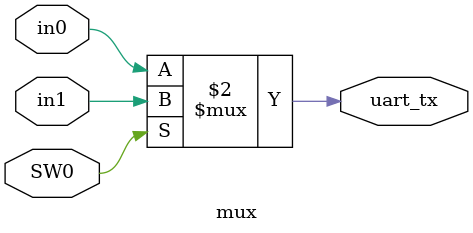
<source format=v>
module mux (
    input wire SW0,
    input wire in0,
    input wire in1,
    output wire uart_tx
  );
  assign uart_tx = (SW0 == 1'b0) ? in0 : in1;
endmodule

</source>
